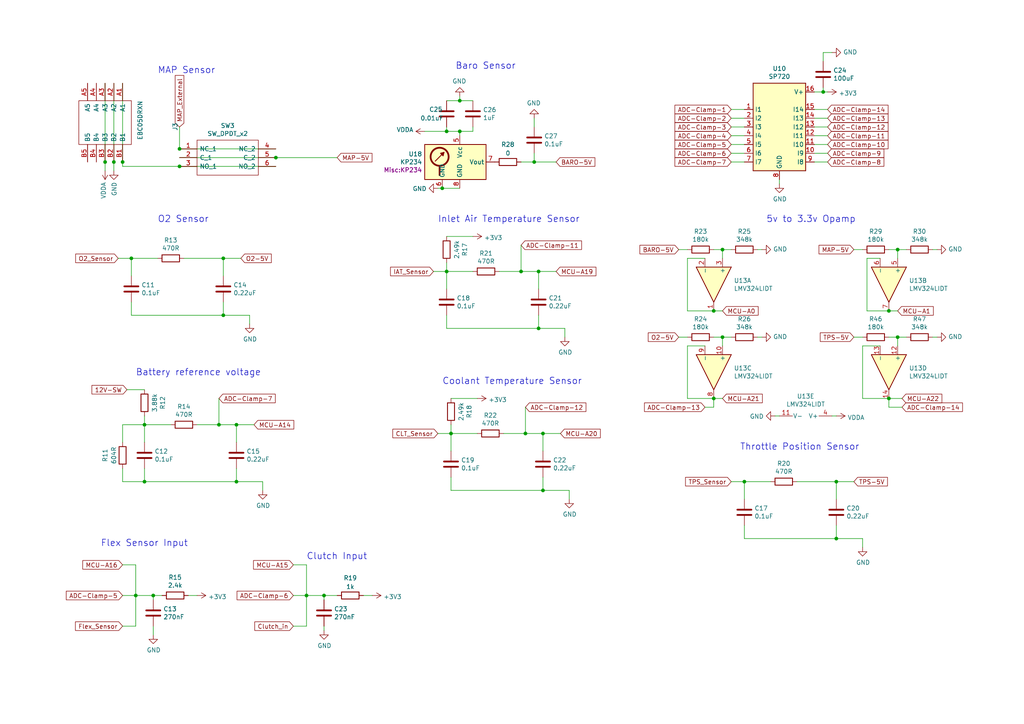
<source format=kicad_sch>
(kicad_sch (version 20230121) (generator eeschema)
  (paper "A4")
  (lib_symbols
    (symbol "Amplifier_Operational:LMV324" (pin_names (offset 0.127))
      (property "Reference" "U" (at 0 5.08 0))
      (property "Value" "LMV324" (at 0 -5.08 0))
      (symbol "LMV324_1_1"
        (pin output line (at 7.62 0 180) (length 2.54) (name "~") (number "1"))
        (pin input line (at -7.62 -2.54 0) (length 2.54) (name "-") (number "2"))
        (pin input line (at -7.62 2.54 0) (length 2.54) (name "+") (number "3"))
      )
      (symbol "LMV324_2_1"
        (pin input line (at -7.62 2.54 0) (length 2.54) (name "+") (number "5"))
        (pin input line (at -7.62 -2.54 0) (length 2.54) (name "-") (number "6"))
        (pin output line (at 7.62 0 180) (length 2.54) (name "~") (number "7"))
      )
      (symbol "LMV324_3_1"
        (pin input line (at -7.62 2.54 0) (length 2.54) (name "+") (number "10"))
        (pin output line (at 7.62 0 180) (length 2.54) (name "~") (number "8"))
        (pin input line (at -7.62 -2.54 0) (length 2.54) (name "-") (number "9"))
      )
      (symbol "LMV324_4_1"
        (pin input line (at -7.62 2.54 0) (length 2.54) (name "+") (number "12"))
        (pin input line (at -7.62 -2.54 0) (length 2.54) (name "-") (number "13"))
        (pin output line (at 7.62 0 180) (length 2.54) (name "~") (number "14"))
      )
      (symbol "LMV324_5_1"
        (pin power_in line (at -2.54 -7.62 90) (length 3.81) (name "V-") (number "11"))
        (pin power_in line (at -2.54 7.62 270) (length 3.81) (name "V+") (number "4"))
      )
    )
    (symbol "Device:C" (pin_numbers hide) (pin_names (offset 0.254))
      (property "Reference" "C" (at 0.635 2.54 0))
      (property "Value" "C" (at 0.635 -2.54 0))
      (symbol "C_1_1"
        (pin passive line (at 0 3.81 270) (length 2.794) (name "~") (number "1"))
        (pin passive line (at 0 -3.81 90) (length 2.794) (name "~") (number "2"))
      )
    )
    (symbol "Device:R" (pin_numbers hide) (pin_names (offset 0))
      (property "Reference" "R" (at 2.032 0 90))
      (property "Value" "R" (at 0 0 90))
      (symbol "R_1_1"
        (pin passive line (at 0 3.81 270) (length 1.27) (name "~") (number "1"))
        (pin passive line (at 0 -3.81 90) (length 1.27) (name "~") (number "2"))
      )
    )
    (symbol "IC_Automotive:SP720"
      (property "Reference" "U" (at 0 15.875 0))
      (property "Value" "SP720" (at 0 13.97 0))
      (symbol "SP720_1_1"
        (pin input line (at -10.16 5.08 0) (length 2.54) (name "I1") (number "1"))
        (pin input line (at 10.16 -7.62 180) (length 2.54) (name "I9") (number "10"))
        (pin input line (at 10.16 -5.08 180) (length 2.54) (name "I10") (number "11"))
        (pin input line (at 10.16 -2.54 180) (length 2.54) (name "I11") (number "12"))
        (pin input line (at 10.16 0 180) (length 2.54) (name "I12") (number "13"))
        (pin open_collector line (at 10.16 2.54 180) (length 2.54) (name "I13") (number "14"))
        (pin input line (at 10.16 5.08 180) (length 2.54) (name "I14") (number "15"))
        (pin power_in line (at 10.16 10.16 180) (length 2.54) (name "V+") (number "16"))
        (pin input line (at -10.16 2.54 0) (length 2.54) (name "I2") (number "2"))
        (pin input line (at -10.16 0 0) (length 2.54) (name "I3") (number "3"))
        (pin input line (at -10.16 -2.54 0) (length 2.54) (name "I4") (number "4"))
        (pin input line (at -10.16 -5.08 0) (length 2.54) (name "I5") (number "5"))
        (pin input line (at -10.16 -7.62 0) (length 2.54) (name "I6") (number "6"))
        (pin input line (at -10.16 -10.16 0) (length 2.54) (name "I7") (number "7"))
        (pin power_in line (at 0 -15.24 90) (length 2.54) (name "GND") (number "8"))
        (pin input line (at 10.16 -10.16 180) (length 2.54) (name "I8") (number "9"))
      )
    )
    (symbol "Misc:AYZ0202AGRLC" (pin_names (offset 0.762))
      (property "Reference" "S" (at 24.13 7.62 0))
      (property "Value" "AYZ0202AGRLC" (at 24.13 5.08 0))
      (symbol "AYZ0202AGRLC_0_0"
        (pin bidirectional line (at 0 0 0) (length 5.08) (name "NC_1") (number "1"))
        (pin bidirectional line (at 0 -2.54 0) (length 5.08) (name "C_1") (number "2"))
        (pin bidirectional line (at 0 -5.08 0) (length 5.08) (name "NO_1") (number "3"))
        (pin bidirectional line (at 27.94 0 180) (length 5.08) (name "NC_2") (number "4"))
        (pin bidirectional line (at 27.94 -2.54 180) (length 5.08) (name "C_2") (number "5"))
        (pin bidirectional line (at 27.94 -5.08 180) (length 5.08) (name "NO_2") (number "6"))
      )
    )
    (symbol "Misc:EBC05DRXN" (pin_names (offset 0.762))
      (property "Reference" "J" (at 19.05 7.62 0))
      (property "Value" "EBC05DRXN" (at 19.05 5.08 0))
      (symbol "EBC05DRXN_0_0"
        (pin passive line (at 0 0 0) (length 5.08) (name "A1") (number "A1"))
        (pin passive line (at 0 -2.54 0) (length 5.08) (name "A2") (number "A2"))
        (pin passive line (at 0 -5.08 0) (length 5.08) (name "A3") (number "A3"))
        (pin passive line (at 0 -7.62 0) (length 5.08) (name "A4") (number "A4"))
        (pin passive line (at 0 -10.16 0) (length 5.08) (name "A5") (number "A5"))
        (pin passive line (at 22.86 0 180) (length 5.08) (name "B1") (number "B1"))
        (pin passive line (at 22.86 -2.54 180) (length 5.08) (name "B2") (number "B2"))
        (pin passive line (at 22.86 -5.08 180) (length 5.08) (name "B3") (number "B3"))
        (pin passive line (at 22.86 -7.62 180) (length 5.08) (name "B4") (number "B4"))
        (pin passive line (at 22.86 -10.16 180) (length 5.08) (name "B5") (number "B5"))
      )
    )
    (symbol "Misc:KP234"
      (property "Reference" "U" (at -10.16 6.35 0))
      (property "Value" "KP234" (at 1.27 6.35 0))
      (property "Footprint" "Misc:KP234" (at -12.7 -8.89 0))
      (symbol "KP234_1_1"
        (pin no_connect line (at 5.08 -5.08 90) (length 2.54) hide (name "NC") (number "1"))
        (pin no_connect line (at -7.62 -5.08 90) (length 2.54) hide (name "NC") (number "2"))
        (pin no_connect line (at -2.54 -5.08 90) (length 2.54) hide (name "NC") (number "4"))
        (pin power_in line (at 0 7.62 270) (length 2.54) (name "Vcc") (number "5"))
        (pin power_in line (at -5.08 -7.62 90) (length 2.54) (name "GND") (number "6"))
        (pin output line (at 10.16 0 180) (length 2.54) (name "Vout") (number "7"))
        (pin power_in line (at 0 -7.62 90) (length 2.54) (name "GND") (number "8"))
        (pin no_connect line (at 2.54 -5.08 90) (length 2.54) hide (name "NC") (number "8"))
      )
    )
    (symbol "power:+3V3" (power) (pin_names (offset 0))
      (property "Value" "+3V3" (at 0 3.556 0))
      (symbol "+3V3_1_1"
        (pin power_in line (at 0 0 90) (length 0) hide (name "+3V3") (number "1"))
      )
    )
    (symbol "power:GND" (power) (pin_names (offset 0))
      (property "Value" "GND" (at 0 -3.81 0))
      (symbol "GND_1_1"
        (pin power_in line (at 0 0 270) (length 0) hide (name "GND") (number "1"))
      )
    )
    (symbol "power:VDDA" (power) (pin_names (offset 0))
      (property "Value" "VDDA" (at 0 3.81 0))
      (symbol "VDDA_1_1"
        (pin power_in line (at 0 0 90) (length 0) hide (name "VDDA") (number "1"))
      )
    )
  )
  (junction (at 133.35 29.21))
  (junction (at 38.1 74.93))
  (junction (at 238.76 26.67))
  (junction (at 207.01 115.57))
  (junction (at 130.81 125.73))
  (junction (at 151.13 78.74))
  (junction (at 93.98 172.72))
  (junction (at 128.27 54.61))
  (junction (at 129.54 78.74))
  (junction (at 129.54 38.1))
  (junction (at 64.77 74.93))
  (junction (at 209.55 72.39))
  (junction (at 39.37 172.72))
  (junction (at 63.5 123.19))
  (junction (at 242.57 156.21))
  (junction (at 152.4 125.73))
  (junction (at 156.21 95.25))
  (junction (at 154.94 46.99))
  (junction (at 156.21 78.74))
  (junction (at 30.48 46.99))
  (junction (at 157.48 142.24))
  (junction (at 44.45 172.72))
  (junction (at 260.35 72.39))
  (junction (at 215.9 139.7))
  (junction (at 157.48 125.73))
  (junction (at 88.9 172.72))
  (junction (at 68.58 139.7))
  (junction (at 257.81 90.17))
  (junction (at 257.81 115.57))
  (junction (at 35.56 46.99))
  (junction (at 133.35 38.1))
  (junction (at 242.57 139.7))
  (junction (at 207.01 90.17))
  (junction (at 64.77 91.44))
  (junction (at 41.91 139.7))
  (junction (at 41.91 123.19))
  (junction (at 33.02 46.99))
  (junction (at 52.07 48.26))
  (junction (at 52.07 43.18))
  (junction (at 80.01 45.72))
  (junction (at 209.55 97.79))
  (junction (at 260.35 97.79))
  (junction (at 68.58 123.19))
  (wire (pts (xy 44.45 172.72) (xy 39.37 172.72)))
  (wire (pts (xy 241.3 15.24) (xy 238.76 15.24)))
  (wire (pts (xy 151.13 46.99) (xy 154.94 46.99)))
  (wire (pts (xy 130.81 142.24) (xy 157.48 142.24)))
  (wire (pts (xy 257.81 97.79) (xy 260.35 97.79)))
  (wire (pts (xy 247.65 139.7) (xy 242.57 139.7)))
  (wire (pts (xy 199.39 100.33) (xy 199.39 115.57)))
  (wire (pts (xy 44.45 173.99) (xy 44.45 172.72)))
  (wire (pts (xy 57.15 123.19) (xy 63.5 123.19)))
  (wire (pts (xy 144.78 78.74) (xy 151.13 78.74)))
  (wire (pts (xy 33.02 49.53) (xy 33.02 46.99)))
  (wire (pts (xy 207.01 118.11) (xy 207.01 115.57)))
  (wire (pts (xy 236.22 44.45) (xy 240.03 44.45)))
  (wire (pts (xy 129.54 29.21) (xy 133.35 29.21)))
  (wire (pts (xy 157.48 125.73) (xy 157.48 130.81)))
  (wire (pts (xy 165.1 142.24) (xy 165.1 144.78)))
  (wire (pts (xy 261.62 115.57) (xy 257.81 115.57)))
  (wire (pts (xy 30.48 24.13) (xy 30.48 46.99)))
  (wire (pts (xy 88.9 181.61) (xy 88.9 172.72)))
  (wire (pts (xy 73.66 123.19) (xy 68.58 123.19)))
  (wire (pts (xy 41.91 120.65) (xy 41.91 123.19)))
  (wire (pts (xy 240.03 41.91) (xy 236.22 41.91)))
  (wire (pts (xy 39.37 172.72) (xy 35.56 172.72)))
  (wire (pts (xy 76.2 139.7) (xy 76.2 142.24)))
  (wire (pts (xy 88.9 163.83) (xy 88.9 172.72)))
  (wire (pts (xy 85.09 172.72) (xy 88.9 172.72)))
  (wire (pts (xy 129.54 83.82) (xy 129.54 78.74)))
  (wire (pts (xy 215.9 44.45) (xy 212.09 44.45)))
  (wire (pts (xy 251.46 90.17) (xy 257.81 90.17)))
  (wire (pts (xy 68.58 135.89) (xy 68.58 139.7)))
  (wire (pts (xy 154.94 34.29) (xy 154.94 36.83)))
  (wire (pts (xy 251.46 74.93) (xy 251.46 90.17)))
  (wire (pts (xy 129.54 91.44) (xy 129.54 95.25)))
  (wire (pts (xy 93.98 172.72) (xy 97.79 172.72)))
  (wire (pts (xy 151.13 71.12) (xy 151.13 78.74)))
  (wire (pts (xy 231.14 139.7) (xy 242.57 139.7)))
  (wire (pts (xy 199.39 74.93) (xy 204.47 74.93)))
  (wire (pts (xy 215.9 139.7) (xy 223.52 139.7)))
  (wire (pts (xy 154.94 46.99) (xy 154.94 44.45)))
  (wire (pts (xy 162.56 125.73) (xy 157.48 125.73)))
  (wire (pts (xy 129.54 36.83) (xy 129.54 38.1)))
  (wire (pts (xy 52.07 43.18) (xy 80.01 43.18)))
  (wire (pts (xy 39.37 163.83) (xy 39.37 172.72)))
  (wire (pts (xy 129.54 76.2) (xy 129.54 78.74)))
  (wire (pts (xy 53.34 74.93) (xy 64.77 74.93)))
  (wire (pts (xy 261.62 118.11) (xy 257.81 118.11)))
  (wire (pts (xy 209.55 90.17) (xy 207.01 90.17)))
  (wire (pts (xy 129.54 78.74) (xy 137.16 78.74)))
  (wire (pts (xy 156.21 78.74) (xy 156.21 83.82)))
  (wire (pts (xy 64.77 74.93) (xy 64.77 80.01)))
  (wire (pts (xy 130.81 125.73) (xy 138.43 125.73)))
  (wire (pts (xy 270.51 97.79) (xy 271.78 97.79)))
  (wire (pts (xy 39.37 181.61) (xy 39.37 172.72)))
  (wire (pts (xy 209.55 74.93) (xy 209.55 72.39)))
  (wire (pts (xy 35.56 163.83) (xy 39.37 163.83)))
  (wire (pts (xy 93.98 173.99) (xy 93.98 172.72)))
  (wire (pts (xy 33.02 24.13) (xy 33.02 46.99)))
  (wire (pts (xy 137.16 68.58) (xy 129.54 68.58)))
  (wire (pts (xy 260.35 100.33) (xy 260.35 97.79)))
  (wire (pts (xy 250.19 100.33) (xy 250.19 115.57)))
  (wire (pts (xy 38.1 87.63) (xy 38.1 91.44)))
  (wire (pts (xy 35.56 48.26) (xy 52.07 48.26)))
  (wire (pts (xy 52.07 36.83) (xy 52.07 43.18)))
  (wire (pts (xy 204.47 118.11) (xy 207.01 118.11)))
  (wire (pts (xy 260.35 72.39) (xy 262.89 72.39)))
  (wire (pts (xy 68.58 139.7) (xy 76.2 139.7)))
  (wire (pts (xy 68.58 123.19) (xy 68.58 128.27)))
  (wire (pts (xy 127 54.61) (xy 128.27 54.61)))
  (wire (pts (xy 260.35 72.39) (xy 257.81 72.39)))
  (wire (pts (xy 247.65 97.79) (xy 250.19 97.79)))
  (wire (pts (xy 63.5 115.57) (xy 63.5 123.19)))
  (wire (pts (xy 215.9 156.21) (xy 242.57 156.21)))
  (wire (pts (xy 209.55 72.39) (xy 212.09 72.39)))
  (wire (pts (xy 64.77 87.63) (xy 64.77 91.44)))
  (wire (pts (xy 163.83 95.25) (xy 163.83 97.79)))
  (wire (pts (xy 207.01 90.17) (xy 199.39 90.17)))
  (wire (pts (xy 250.19 115.57) (xy 257.81 115.57)))
  (wire (pts (xy 220.98 72.39) (xy 219.71 72.39)))
  (wire (pts (xy 41.91 139.7) (xy 68.58 139.7)))
  (wire (pts (xy 85.09 181.61) (xy 88.9 181.61)))
  (wire (pts (xy 204.47 100.33) (xy 199.39 100.33)))
  (wire (pts (xy 46.99 172.72) (xy 44.45 172.72)))
  (wire (pts (xy 44.45 184.15) (xy 44.45 181.61)))
  (wire (pts (xy 130.81 138.43) (xy 130.81 142.24)))
  (wire (pts (xy 35.56 123.19) (xy 41.91 123.19)))
  (wire (pts (xy 242.57 152.4) (xy 242.57 156.21)))
  (wire (pts (xy 41.91 128.27) (xy 41.91 123.19)))
  (wire (pts (xy 35.56 46.99) (xy 35.56 48.26)))
  (wire (pts (xy 52.07 45.72) (xy 80.01 45.72)))
  (wire (pts (xy 41.91 135.89) (xy 41.91 139.7)))
  (wire (pts (xy 242.57 156.21) (xy 250.19 156.21)))
  (wire (pts (xy 35.56 139.7) (xy 41.91 139.7)))
  (wire (pts (xy 137.16 36.83) (xy 137.16 38.1)))
  (wire (pts (xy 196.85 72.39) (xy 199.39 72.39)))
  (wire (pts (xy 138.43 115.57) (xy 130.81 115.57)))
  (wire (pts (xy 240.03 31.75) (xy 236.22 31.75)))
  (wire (pts (xy 157.48 138.43) (xy 157.48 142.24)))
  (wire (pts (xy 212.09 36.83) (xy 215.9 36.83)))
  (wire (pts (xy 215.9 144.78) (xy 215.9 139.7)))
  (wire (pts (xy 35.56 24.13) (xy 35.56 46.99)))
  (wire (pts (xy 36.83 113.03) (xy 41.91 113.03)))
  (wire (pts (xy 69.85 74.93) (xy 64.77 74.93)))
  (wire (pts (xy 151.13 78.74) (xy 156.21 78.74)))
  (wire (pts (xy 125.73 78.74) (xy 129.54 78.74)))
  (wire (pts (xy 34.29 74.93) (xy 38.1 74.93)))
  (wire (pts (xy 215.9 152.4) (xy 215.9 156.21)))
  (wire (pts (xy 209.55 72.39) (xy 207.01 72.39)))
  (wire (pts (xy 199.39 115.57) (xy 207.01 115.57)))
  (wire (pts (xy 260.35 90.17) (xy 257.81 90.17)))
  (wire (pts (xy 54.61 172.72) (xy 57.15 172.72)))
  (wire (pts (xy 238.76 15.24) (xy 238.76 17.78)))
  (wire (pts (xy 38.1 91.44) (xy 64.77 91.44)))
  (wire (pts (xy 156.21 95.25) (xy 163.83 95.25)))
  (wire (pts (xy 128.27 54.61) (xy 133.35 54.61)))
  (wire (pts (xy 130.81 123.19) (xy 130.81 125.73)))
  (wire (pts (xy 85.09 163.83) (xy 88.9 163.83)))
  (wire (pts (xy 156.21 91.44) (xy 156.21 95.25)))
  (wire (pts (xy 157.48 142.24) (xy 165.1 142.24)))
  (wire (pts (xy 133.35 29.21) (xy 137.16 29.21)))
  (wire (pts (xy 226.06 53.34) (xy 226.06 52.07)))
  (wire (pts (xy 127 125.73) (xy 130.81 125.73)))
  (wire (pts (xy 35.56 181.61) (xy 39.37 181.61)))
  (wire (pts (xy 152.4 125.73) (xy 157.48 125.73)))
  (wire (pts (xy 35.56 128.27) (xy 35.56 123.19)))
  (wire (pts (xy 199.39 90.17) (xy 199.39 74.93)))
  (wire (pts (xy 240.03 36.83) (xy 236.22 36.83)))
  (wire (pts (xy 52.07 48.26) (xy 80.01 48.26)))
  (wire (pts (xy 215.9 34.29) (xy 212.09 34.29)))
  (wire (pts (xy 93.98 181.61) (xy 93.98 182.88)))
  (wire (pts (xy 238.76 25.4) (xy 238.76 26.67)))
  (wire (pts (xy 212.09 46.99) (xy 215.9 46.99)))
  (wire (pts (xy 152.4 118.11) (xy 152.4 125.73)))
  (wire (pts (xy 236.22 39.37) (xy 240.03 39.37)))
  (wire (pts (xy 146.05 125.73) (xy 152.4 125.73)))
  (wire (pts (xy 236.22 34.29) (xy 240.03 34.29)))
  (wire (pts (xy 133.35 29.21) (xy 133.35 27.94)))
  (wire (pts (xy 196.85 97.79) (xy 199.39 97.79)))
  (wire (pts (xy 260.35 74.93) (xy 260.35 72.39)))
  (wire (pts (xy 154.94 46.99) (xy 161.29 46.99)))
  (wire (pts (xy 105.41 172.72) (xy 107.95 172.72)))
  (wire (pts (xy 129.54 95.25) (xy 156.21 95.25)))
  (wire (pts (xy 260.35 97.79) (xy 262.89 97.79)))
  (wire (pts (xy 250.19 156.21) (xy 250.19 158.75)))
  (wire (pts (xy 240.03 46.99) (xy 236.22 46.99)))
  (wire (pts (xy 41.91 123.19) (xy 49.53 123.19)))
  (wire (pts (xy 242.57 139.7) (xy 242.57 144.78)))
  (wire (pts (xy 209.55 100.33) (xy 209.55 97.79)))
  (wire (pts (xy 130.81 130.81) (xy 130.81 125.73)))
  (wire (pts (xy 129.54 38.1) (xy 133.35 38.1)))
  (wire (pts (xy 161.29 78.74) (xy 156.21 78.74)))
  (wire (pts (xy 242.57 120.65) (xy 241.3 120.65)))
  (wire (pts (xy 80.01 45.72) (xy 97.79 45.72)))
  (wire (pts (xy 215.9 39.37) (xy 212.09 39.37)))
  (wire (pts (xy 209.55 115.57) (xy 207.01 115.57)))
  (wire (pts (xy 64.77 91.44) (xy 72.39 91.44)))
  (wire (pts (xy 38.1 80.01) (xy 38.1 74.93)))
  (wire (pts (xy 72.39 91.44) (xy 72.39 93.98)))
  (wire (pts (xy 247.65 72.39) (xy 250.19 72.39)))
  (wire (pts (xy 38.1 74.93) (xy 45.72 74.93)))
  (wire (pts (xy 123.19 38.1) (xy 129.54 38.1)))
  (wire (pts (xy 35.56 135.89) (xy 35.56 139.7)))
  (wire (pts (xy 133.35 38.1) (xy 133.35 39.37)))
  (wire (pts (xy 137.16 38.1) (xy 133.35 38.1)))
  (wire (pts (xy 220.98 97.79) (xy 219.71 97.79)))
  (wire (pts (xy 88.9 172.72) (xy 93.98 172.72)))
  (wire (pts (xy 224.79 120.65) (xy 226.06 120.65)))
  (wire (pts (xy 257.81 118.11) (xy 257.81 115.57)))
  (wire (pts (xy 240.03 26.67) (xy 238.76 26.67)))
  (wire (pts (xy 212.09 41.91) (xy 215.9 41.91)))
  (wire (pts (xy 271.78 72.39) (xy 270.51 72.39)))
  (wire (pts (xy 212.09 139.7) (xy 215.9 139.7)))
  (wire (pts (xy 30.48 46.99) (xy 30.48 49.53)))
  (wire (pts (xy 212.09 31.75) (xy 215.9 31.75)))
  (wire (pts (xy 255.27 100.33) (xy 250.19 100.33)))
  (wire (pts (xy 63.5 123.19) (xy 68.58 123.19)))
  (wire (pts (xy 238.76 26.67) (xy 236.22 26.67)))
  (wire (pts (xy 209.55 97.79) (xy 212.09 97.79)))
  (wire (pts (xy 209.55 97.79) (xy 207.01 97.79)))
  (wire (pts (xy 255.27 74.93) (xy 251.46 74.93)))
  (text "5v to 3.3v Opamp" (at 222.25 64.77 0) (effects (font (size 1.8796 1.8796)) (justify left bottom)))
  (text "Inlet Air Temperature Sensor" (at 127 64.77 0) (effects (font (size 1.8796 1.8796)) (justify left bottom)))
  (text "Battery reference voltage" (at 39.37 109.22 0) (effects (font (size 1.8796 1.8796)) (justify left bottom)))
  (text "Flex Sensor Input" (at 29.21 158.75 0) (effects (font (size 1.8796 1.8796)) (justify left bottom)))
  (text "Coolant Temperature Sensor" (at 128.27 111.76 0) (effects (font (size 1.8796 1.8796)) (justify left bottom)))
  (text "Throttle Position Sensor" (at 214.63 130.81 0) (effects (font (size 1.8796 1.8796)) (justify left bottom)))
  (text "Baro Sensor" (at 132.08 20.32 0) (effects (font (size 1.8796 1.8796)) (justify left bottom)))
  (text "Clutch Input" (at 88.9 162.56 0) (effects (font (size 1.8796 1.8796)) (justify left bottom)))
  (text "MAP Sensor" (at 45.72 21.59 0) (effects (font (size 1.8796 1.8796)) (justify left bottom)))
  (text "O2 Sensor" (at 45.72 64.77 0) (effects (font (size 1.8796 1.8796)) (justify left bottom)))
  (global_label "TPS-5V" (shape input) (at 247.65 139.7 0) (property "Intersheetrefs" "${INTERSHEET_REFS}" (effects hide)))
  (global_label "O2_Sensor" (shape input) (at 34.29 74.93 180) (property "Intersheetrefs" "${INTERSHEET_REFS}" (effects hide)))
  (global_label "ADC-Clamp-14" (shape input) (at 261.62 118.11 0) (property "Intersheetrefs" "${INTERSHEET_REFS}" (effects hide)))
  (global_label "MCU-A15" (shape input) (at 85.09 163.83 180) (property "Intersheetrefs" "${INTERSHEET_REFS}" (effects hide)))
  (global_label "ADC-Clamp-12" (shape input) (at 240.03 36.83 0) (property "Intersheetrefs" "${INTERSHEET_REFS}" (effects hide)))
  (global_label "ADC-Clamp-7" (shape input) (at 212.09 46.99 180) (property "Intersheetrefs" "${INTERSHEET_REFS}" (effects hide)))
  (global_label "ADC-Clamp-3" (shape input) (at 212.09 36.83 180) (property "Intersheetrefs" "${INTERSHEET_REFS}" (effects hide)))
  (global_label "MCU-A21" (shape input) (at 209.55 115.57 0) (property "Intersheetrefs" "${INTERSHEET_REFS}" (effects hide)))
  (global_label "ADC-Clamp-2" (shape input) (at 212.09 34.29 180) (property "Intersheetrefs" "${INTERSHEET_REFS}" (effects hide)))
  (global_label "TPS-5V" (shape input) (at 247.65 97.79 180) (property "Intersheetrefs" "${INTERSHEET_REFS}" (effects hide)))
  (global_label "MCU-A19" (shape input) (at 161.29 78.74 0) (property "Intersheetrefs" "${INTERSHEET_REFS}" (effects hide)))
  (global_label "TPS_Sensor" (shape input) (at 212.09 139.7 180) (property "Intersheetrefs" "${INTERSHEET_REFS}" (effects hide)))
  (global_label "ADC-Clamp-8" (shape input) (at 240.03 46.99 0) (property "Intersheetrefs" "${INTERSHEET_REFS}" (effects hide)))
  (global_label "ADC-Clamp-13" (shape input) (at 204.47 118.11 180) (property "Intersheetrefs" "${INTERSHEET_REFS}" (effects hide)))
  (global_label "MAP-5V" (shape input) (at 247.65 72.39 180) (property "Intersheetrefs" "${INTERSHEET_REFS}" (effects hide)))
  (global_label "Flex_Sensor" (shape input) (at 35.56 181.61 180) (property "Intersheetrefs" "${INTERSHEET_REFS}" (effects hide)))
  (global_label "MCU-A22" (shape input) (at 261.62 115.57 0) (property "Intersheetrefs" "${INTERSHEET_REFS}" (effects hide)))
  (global_label "MAP_External" (shape input) (at 52.07 36.83 90) (property "Intersheetrefs" "${INTERSHEET_REFS}" (effects hide)))
  (global_label "ADC-Clamp-1" (shape input) (at 212.09 31.75 180) (property "Intersheetrefs" "${INTERSHEET_REFS}" (effects hide)))
  (global_label "12V-SW" (shape input) (at 36.83 113.03 180) (property "Intersheetrefs" "${INTERSHEET_REFS}" (effects hide)))
  (global_label "ADC-Clamp-10" (shape input) (at 240.03 41.91 0) (property "Intersheetrefs" "${INTERSHEET_REFS}" (effects hide)))
  (global_label "ADC-Clamp-6" (shape input) (at 212.09 44.45 180) (property "Intersheetrefs" "${INTERSHEET_REFS}" (effects hide)))
  (global_label "MCU-A20" (shape input) (at 162.56 125.73 0) (property "Intersheetrefs" "${INTERSHEET_REFS}" (effects hide)))
  (global_label "IAT_Sensor" (shape input) (at 125.73 78.74 180) (property "Intersheetrefs" "${INTERSHEET_REFS}" (effects hide)))
  (global_label "ADC-Clamp-9" (shape input) (at 240.03 44.45 0) (property "Intersheetrefs" "${INTERSHEET_REFS}" (effects hide)))
  (global_label "Clutch_in" (shape input) (at 85.09 181.61 180) (property "Intersheetrefs" "${INTERSHEET_REFS}" (effects hide)))
  (global_label "ADC-Clamp-7" (shape input) (at 63.5 115.57 0) (property "Intersheetrefs" "${INTERSHEET_REFS}" (effects hide)))
  (global_label "O2-5V" (shape input) (at 69.85 74.93 0) (property "Intersheetrefs" "${INTERSHEET_REFS}" (effects hide)))
  (global_label "ADC-Clamp-6" (shape input) (at 85.09 172.72 180) (property "Intersheetrefs" "${INTERSHEET_REFS}" (effects hide)))
  (global_label "O2-5V" (shape input) (at 196.85 97.79 180) (property "Intersheetrefs" "${INTERSHEET_REFS}" (effects hide)))
  (global_label "MCU-A0" (shape input) (at 209.55 90.17 0) (property "Intersheetrefs" "${INTERSHEET_REFS}" (effects hide)))
  (global_label "MAP-5V" (shape input) (at 97.79 45.72 0) (property "Intersheetrefs" "${INTERSHEET_REFS}" (effects hide)))
  (global_label "ADC-Clamp-5" (shape input) (at 212.09 41.91 180) (property "Intersheetrefs" "${INTERSHEET_REFS}" (effects hide)))
  (global_label "ADC-Clamp-4" (shape input) (at 212.09 39.37 180) (property "Intersheetrefs" "${INTERSHEET_REFS}" (effects hide)))
  (global_label "ADC-Clamp-12" (shape input) (at 152.4 118.11 0) (property "Intersheetrefs" "${INTERSHEET_REFS}" (effects hide)))
  (global_label "CLT_Sensor" (shape input) (at 127 125.73 180) (property "Intersheetrefs" "${INTERSHEET_REFS}" (effects hide)))
  (global_label "ADC-Clamp-13" (shape input) (at 240.03 34.29 0) (property "Intersheetrefs" "${INTERSHEET_REFS}" (effects hide)))
  (global_label "MCU-A1" (shape input) (at 260.35 90.17 0) (property "Intersheetrefs" "${INTERSHEET_REFS}" (effects hide)))
  (global_label "BARO-5V" (shape input) (at 161.29 46.99 0) (property "Intersheetrefs" "${INTERSHEET_REFS}" (effects hide)))
  (global_label "ADC-Clamp-11" (shape input) (at 151.13 71.12 0) (property "Intersheetrefs" "${INTERSHEET_REFS}" (effects hide)))
  (global_label "MCU-A16" (shape input) (at 35.56 163.83 180) (property "Intersheetrefs" "${INTERSHEET_REFS}" (effects hide)))
  (global_label "ADC-Clamp-14" (shape input) (at 240.03 31.75 0) (property "Intersheetrefs" "${INTERSHEET_REFS}" (effects hide)))
  (global_label "MCU-A14" (shape input) (at 73.66 123.19 0) (property "Intersheetrefs" "${INTERSHEET_REFS}" (effects hide)))
  (global_label "ADC-Clamp-5" (shape input) (at 35.56 172.72 180) (property "Intersheetrefs" "${INTERSHEET_REFS}" (effects hide)))
  (global_label "BARO-5V" (shape input) (at 196.85 72.39 180) (property "Intersheetrefs" "${INTERSHEET_REFS}" (effects hide)))
  (global_label "ADC-Clamp-11" (shape input) (at 240.03 39.37 0) (property "Intersheetrefs" "${INTERSHEET_REFS}" (effects hide)))
  (symbol (lib_id "power:GND") (at 72.39 93.98 0) (unit 1)
    (property "Reference" "#PWR0129" (effects hide))
    (property "Value" "GND" (at 72.517 98.3742 0))
  )
  (symbol (lib_id "Device:C") (at 129.54 87.63 0) (unit 1)
    (property "Reference" "C18" (at 132.461 86.4616 0) (effects (justify left)))
    (property "Value" "0.1uF" (at 132.461 88.773 0) (effects (justify left)))
    (property "Footprint" "Capacitor_SMD:C_0805_2012Metric" (effects hide))
    (property "Digikey Part Number" "311-1140-1-ND" (effects hide))
    (property "Manufacturer_Name" "Yageo" (effects hide))
    (property "Manufacturer_Part_Number" "CC0805KRX7R9BB104" (effects hide))
    (property "URL" "https://www.digikey.com.au/product-detail/en/yageo/CC0805KRX7R9BB104/311-1140-1-ND/303050" (effects hide))
  )
  (symbol (lib_id "Device:C") (at 64.77 83.82 0) (unit 1)
    (property "Reference" "C14" (at 67.691 82.6516 0) (effects (justify left)))
    (property "Value" "0.22uF" (at 67.691 84.963 0) (effects (justify left)))
    (property "Footprint" "Capacitor_SMD:C_0805_2012Metric" (effects hide))
    (property "Digikey Part Number" "1276-1284-1-ND" (effects hide))
    (property "Manufacturer_Name" "Samsung" (effects hide))
    (property "Manufacturer_Part_Number" "CL21B224KOCNNNC" (effects hide))
    (property "URL" "https://www.digikey.com/product-detail/en/samsung-electro-mechanics-america-inc/CL21B224KOCNNNC/1276-1284-1-ND/3889370" (effects hide))
  )
  (symbol (lib_id "Device:C") (at 38.1 83.82 0) (unit 1)
    (property "Reference" "C11" (at 41.021 82.6516 0) (effects (justify left)))
    (property "Value" "0.1uF" (at 41.021 84.963 0) (effects (justify left)))
    (property "Footprint" "Capacitor_SMD:C_0805_2012Metric" (effects hide))
    (property "Digikey Part Number" "311-1140-1-ND" (effects hide))
    (property "Manufacturer_Name" "Yageo" (effects hide))
    (property "Manufacturer_Part_Number" "CC0805KRX7R9BB104" (effects hide))
    (property "URL" "https://www.digikey.com.au/product-detail/en/yageo/CC0805KRX7R9BB104/311-1140-1-ND/303050" (effects hide))
  )
  (symbol (lib_id "Device:C") (at 242.57 148.59 0) (unit 1)
    (property "Reference" "C20" (at 245.491 147.4216 0) (effects (justify left)))
    (property "Value" "0.22uF" (at 245.491 149.733 0) (effects (justify left)))
    (property "Footprint" "Capacitor_SMD:C_0805_2012Metric" (effects hide))
    (property "Digikey Part Number" "1276-1284-1-ND" (effects hide))
    (property "Manufacturer_Name" "Samsung" (effects hide))
    (property "Manufacturer_Part_Number" "CL21B224KOCNNNC" (effects hide))
    (property "URL" "https://www.digikey.com/product-detail/en/samsung-electro-mechanics-america-inc/CL21B224KOCNNNC/1276-1284-1-ND/3889370" (effects hide))
  )
  (symbol (lib_id "Device:C") (at 215.9 148.59 0) (unit 1)
    (property "Reference" "C17" (at 218.821 147.4216 0) (effects (justify left)))
    (property "Value" "0.1uF" (at 218.821 149.733 0) (effects (justify left)))
    (property "Footprint" "Capacitor_SMD:C_0805_2012Metric" (effects hide))
    (property "Digikey Part Number" "311-1140-1-ND" (effects hide))
    (property "Manufacturer_Name" "Yageo" (effects hide))
    (property "Manufacturer_Part_Number" "CC0805KRX7R9BB104" (effects hide))
    (property "URL" "https://www.digikey.com.au/product-detail/en/yageo/CC0805KRX7R9BB104/311-1140-1-ND/303050" (effects hide))
  )
  (symbol (lib_id "power:GND") (at 250.19 158.75 0) (unit 1)
    (property "Reference" "#PWR0130" (effects hide))
    (property "Value" "GND" (at 250.317 163.1442 0))
  )
  (symbol (lib_id "power:GND") (at 163.83 97.79 0) (unit 1)
    (property "Reference" "#PWR0131" (effects hide))
    (property "Value" "GND" (at 163.957 102.1842 0))
  )
  (symbol (lib_id "Device:R") (at 129.54 72.39 180) (unit 1)
    (property "Reference" "R17" (at 134.7978 72.39 90))
    (property "Value" "2.49k" (at 132.4864 72.39 90))
    (property "Footprint" "Resistor_SMD:R_0805_2012Metric" (effects hide))
    (property "Digikey Part Number" "YAG1854CT-ND" (effects hide))
    (property "Manufacturer_Name" "Yageo" (effects hide))
    (property "Manufacturer_Part_Number" "RT0805BRD072K49L" (effects hide))
    (property "Tolerance" "0.1%" (effects hide))
    (property "URL" "https://www.digikey.com/product-detail/en/yageo/RT0805BRD072K49L/YAG1854CT-ND/5139302" (effects hide))
  )
  (symbol (lib_id "Device:R") (at 142.24 125.73 270) (unit 1)
    (property "Reference" "R22" (at 142.24 120.4722 90))
    (property "Value" "470R" (at 142.24 122.7836 90))
    (property "Footprint" "Resistor_SMD:R_0805_2012Metric" (effects hide))
    (property "Digikey Part Number" "P470CCT-ND" (effects hide))
    (property "Manufacturer_Name" "Panasonic" (effects hide))
    (property "Manufacturer_Part_Number" "ERJ-6ENF4700V" (effects hide))
    (property "URL" "https://www.digikey.com/product-detail/en/panasonic-electronic-components/ERJ-6ENF4700V/P470CCT-ND/1746871" (effects hide))
  )
  (symbol (lib_id "Device:C") (at 157.48 134.62 0) (unit 1)
    (property "Reference" "C22" (at 160.401 133.4516 0) (effects (justify left)))
    (property "Value" "0.22uF" (at 160.401 135.763 0) (effects (justify left)))
    (property "Footprint" "Capacitor_SMD:C_0805_2012Metric" (effects hide))
    (property "Digikey Part Number" "1276-1284-1-ND" (effects hide))
    (property "Manufacturer_Name" "Samsung" (effects hide))
    (property "Manufacturer_Part_Number" "CL21B224KOCNNNC" (effects hide))
    (property "URL" "https://www.digikey.com/product-detail/en/samsung-electro-mechanics-america-inc/CL21B224KOCNNNC/1276-1284-1-ND/3889370" (effects hide))
  )
  (symbol (lib_id "Device:C") (at 130.81 134.62 0) (unit 1)
    (property "Reference" "C19" (at 133.731 133.4516 0) (effects (justify left)))
    (property "Value" "0.1uF" (at 133.731 135.763 0) (effects (justify left)))
    (property "Footprint" "Capacitor_SMD:C_0805_2012Metric" (effects hide))
    (property "Digikey Part Number" "311-1140-1-ND" (effects hide))
    (property "Manufacturer_Name" "Yageo" (effects hide))
    (property "Manufacturer_Part_Number" "CC0805KRX7R9BB104" (effects hide))
    (property "URL" "https://www.digikey.com.au/product-detail/en/yageo/CC0805KRX7R9BB104/311-1140-1-ND/303050" (effects hide))
  )
  (symbol (lib_id "Device:R") (at 101.6 172.72 90) (unit 1)
    (property "Reference" "R19" (at 101.6 167.64 90))
    (property "Value" "1k" (at 101.6 170.18 90))
    (property "Footprint" "Resistor_SMD:R_0805_2012Metric" (effects hide))
    (property "Digikey Part Number" "311-1.00KCRCT-ND" (effects hide))
    (property "Manufacturer_Name" "Yageo" (effects hide))
    (property "Manufacturer_Part_Number" "RC0805FR-071KL" (effects hide))
    (property "URL" "https://www.digikey.com/product-detail/en/yageo/RC0805FR-071KL/311-1.00KCRCT-ND/730391" (effects hide))
  )
  (symbol (lib_id "Device:C") (at 44.45 177.8 0) (unit 1)
    (property "Reference" "C13" (at 47.371 176.6316 0) (effects (justify left)))
    (property "Value" "270nF" (at 47.371 178.943 0) (effects (justify left)))
    (property "Footprint" "Capacitor_SMD:C_0805_2012Metric" (effects hide))
    (property "Digikey Part Number" "311-4268-1-ND" (effects hide))
    (property "Manufacturer_Name" "Yageo" (effects hide))
    (property "Manufacturer_Part_Number" "CC0805JRX7R7BB274" (effects hide))
    (property "URL" "https://www.digikey.com.au/product-detail/en/yageo/CC0805JRX7R7BB274/311-4268-1-ND/8025357" (effects hide))
  )
  (symbol (lib_id "Device:C") (at 137.16 33.02 0) (unit 1)
    (property "Reference" "C26" (at 140.081 31.8516 0) (effects (justify left)))
    (property "Value" "1uF" (at 140.081 34.163 0) (effects (justify left)))
    (property "Footprint" "Capacitor_SMD:C_0805_2012Metric" (effects hide))
    (property "Digikey Part Number" "311-1365-1-ND" (effects hide))
    (property "Manufacturer_Name" "Yageo" (effects hide))
    (property "Manufacturer_Part_Number" "CC0805KKX7R7BB105" (effects hide))
    (property "URL" "https://www.digikey.com/product-detail/en/yageo/CC0805KKX7R7BB105/311-1365-1-ND/2103149" (effects hide))
  )
  (symbol (lib_id "power:GND") (at 133.35 27.94 180) (unit 1)
    (property "Reference" "#PWR0147" (effects hide))
    (property "Value" "GND" (at 133.223 23.5458 0))
  )
  (symbol (lib_id "power:+3V3") (at 138.43 115.57 270) (unit 1)
    (property "Reference" "#PWR0143" (effects hide))
    (property "Value" "+3V3" (at 141.6812 115.951 90) (effects (justify left)))
  )
  (symbol (lib_id "power:+3V3") (at 137.16 68.58 270) (unit 1)
    (property "Reference" "#PWR0159" (effects hide))
    (property "Value" "+3V3" (at 140.4112 68.961 90) (effects (justify left)))
  )
  (symbol (lib_id "Device:R") (at 203.2 72.39 270) (unit 1)
    (property "Reference" "R23" (at 203.2 67.1322 90))
    (property "Value" "180k" (at 203.2 69.4436 90))
    (property "Footprint" "Resistor_SMD:R_0805_2012Metric" (effects hide))
    (property "Digikey Part Number" "311-180KCRCT-ND" (effects hide))
    (property "Manufacturer_Name" "Yageo" (effects hide))
    (property "Manufacturer_Part_Number" "RC0805FR-07180KL" (effects hide))
    (property "URL" "https://www.digikey.com.au/product-detail/en/yageo/RC0805FR-07180KL/311-180KCRCT-ND/730597" (effects hide))
  )
  (symbol (lib_id "power:GND") (at 220.98 72.39 90) (unit 1)
    (property "Reference" "#PWR0160" (effects hide))
    (property "Value" "GND" (at 224.2312 72.263 90) (effects (justify right)))
  )
  (symbol (lib_id "Device:R") (at 266.7 72.39 270) (unit 1)
    (property "Reference" "R30" (at 266.7 67.1322 90))
    (property "Value" "348k" (at 266.7 69.4436 90))
    (property "Footprint" "Resistor_SMD:R_0805_2012Metric" (effects hide))
    (property "Digikey Part Number" "P348KCDKR-ND" (effects hide))
    (property "Manufacturer_Name" "Panasonic" (effects hide))
    (property "Manufacturer_Part_Number" "ERJ-6ENF3483V" (effects hide))
    (property "URL" "https://www.digikey.com.au/product-detail/en/panasonic-electronic-components/ERJ-6ENF3483V/P348KCDKR-ND/576673" (effects hide))
  )
  (symbol (lib_id "power:GND") (at 271.78 72.39 90) (unit 1)
    (property "Reference" "#PWR0163" (effects hide))
    (property "Value" "GND" (at 275.0312 72.263 90) (effects (justify right)))
  )
  (symbol (lib_id "Device:R") (at 203.2 97.79 270) (unit 1)
    (property "Reference" "R24" (at 203.2 92.5322 90))
    (property "Value" "180k" (at 203.2 94.8436 90))
    (property "Footprint" "Resistor_SMD:R_0805_2012Metric" (effects hide))
    (property "Digikey Part Number" "311-180KCRCT-ND" (effects hide))
    (property "Manufacturer_Name" "Yageo" (effects hide))
    (property "Manufacturer_Part_Number" "RC0805FR-07180KL" (effects hide))
    (property "URL" "https://www.digikey.com.au/product-detail/en/yageo/RC0805FR-07180KL/311-180KCRCT-ND/730597" (effects hide))
  )
  (symbol (lib_id "IC_Automotive:SP720") (at 226.06 36.83 0) (unit 1)
    (property "Reference" "U10" (at 226.06 19.8882 0))
    (property "Value" "SP720" (at 226.06 22.1996 0))
    (property "Footprint" "Package_SO:SOIC-16_3.9x9.9mm_P1.27mm" (effects hide))
    (property "Datasheet" "https://m.littelfuse.com/~/media/electronics/datasheets/tvs_diode_arrays/littelfuse_tvs_diode_array_sp720_datasheet.pdf.pdf" (effects hide))
    (property "Digikey Part Number" "F3162CT-ND" (effects hide))
    (property "Manufacturer_Name" "Littelfuse" (effects hide))
    (property "Manufacturer_Part_Number" "SP720ABTG" (effects hide))
    (property "URL" "https://www.digikey.com/product-detail/en/littelfuse-inc/SP720ABTG/F3162CT-ND/1984458" (effects hide))
  )
  (symbol (lib_id "power:GND") (at 226.06 53.34 0) (unit 1)
    (property "Reference" "#PWR0128" (effects hide))
    (property "Value" "GND" (at 226.187 57.7342 0))
  )
  (symbol (lib_id "Device:R") (at 130.81 119.38 180) (unit 1)
    (property "Reference" "R18" (at 136.0678 119.38 90))
    (property "Value" "2.49k" (at 133.7564 119.38 90))
    (property "Footprint" "Resistor_SMD:R_0805_2012Metric" (effects hide))
    (property "Digikey Part Number" "YAG1854CT-ND" (effects hide))
    (property "Manufacturer_Name" "Yageo" (effects hide))
    (property "Manufacturer_Part_Number" "RT0805BRD072K49L" (effects hide))
    (property "Tolerance" "0.1%" (effects hide))
    (property "URL" "https://www.digikey.com/product-detail/en/yageo/RT0805BRD072K49L/YAG1854CT-ND/5139302" (effects hide))
  )
  (symbol (lib_id "Device:R") (at 53.34 123.19 270) (unit 1)
    (property "Reference" "R14" (at 53.34 117.9322 90))
    (property "Value" "470R" (at 53.34 120.2436 90))
    (property "Footprint" "Resistor_SMD:R_0805_2012Metric" (effects hide))
    (property "Digikey Part Number" "P470CCT-ND" (effects hide))
    (property "Manufacturer_Name" "Panasonic" (effects hide))
    (property "Manufacturer_Part_Number" "ERJ-6ENF4700V" (effects hide))
    (property "URL" "https://www.digikey.com/product-detail/en/panasonic-electronic-components/ERJ-6ENF4700V/P470CCT-ND/1746871" (effects hide))
  )
  (symbol (lib_id "Device:C") (at 68.58 132.08 0) (unit 1)
    (property "Reference" "C15" (at 71.501 130.9116 0) (effects (justify left)))
    (property "Value" "0.22uF" (at 71.501 133.223 0) (effects (justify left)))
    (property "Footprint" "Capacitor_SMD:C_0805_2012Metric" (effects hide))
    (property "Digikey Part Number" "1276-1284-1-ND" (effects hide))
    (property "Manufacturer_Name" "Samsung" (effects hide))
    (property "Manufacturer_Part_Number" "CL21B224KOCNNNC" (effects hide))
    (property "URL" "https://www.digikey.com/product-detail/en/samsung-electro-mechanics-america-inc/CL21B224KOCNNNC/1276-1284-1-ND/3889370" (effects hide))
  )
  (symbol (lib_id "Device:C") (at 41.91 132.08 0) (unit 1)
    (property "Reference" "C12" (at 44.831 130.9116 0) (effects (justify left)))
    (property "Value" "0.1uF" (at 44.831 133.223 0) (effects (justify left)))
    (property "Footprint" "Capacitor_SMD:C_0805_2012Metric" (effects hide))
    (property "Digikey Part Number" "311-1140-1-ND" (effects hide))
    (property "Manufacturer_Name" "Yageo" (effects hide))
    (property "Manufacturer_Part_Number" "CC0805KRX7R9BB104" (effects hide))
    (property "URL" "https://www.digikey.com.au/product-detail/en/yageo/CC0805KRX7R9BB104/311-1140-1-ND/303050" (effects hide))
  )
  (symbol (lib_id "power:GND") (at 76.2 142.24 0) (unit 1)
    (property "Reference" "#PWR0135" (effects hide))
    (property "Value" "GND" (at 76.327 146.6342 0))
  )
  (symbol (lib_id "Device:R") (at 50.8 172.72 270) (unit 1)
    (property "Reference" "R15" (at 50.8 167.4622 90))
    (property "Value" "2.4k" (at 50.8 169.7736 90))
    (property "Footprint" "Resistor_SMD:R_0805_2012Metric" (effects hide))
    (property "Digikey Part Number" "311-2.40KCRCT-ND" (effects hide))
    (property "Manufacturer_Name" "Yageo" (effects hide))
    (property "Manufacturer_Part_Number" "RC0805FR-072K4L" (effects hide))
    (property "URL" "https://www.digikey.com/product-detail/en/yageo/RC0805FR-072K4L/311-2.40KCRCT-ND/730637" (effects hide))
  )
  (symbol (lib_id "Device:R") (at 254 97.79 270) (unit 1)
    (property "Reference" "R46" (at 254 92.5322 90))
    (property "Value" "180k" (at 254 94.8436 90))
    (property "Footprint" "Resistor_SMD:R_0805_2012Metric" (effects hide))
    (property "Digikey Part Number" "311-180KCRCT-ND" (effects hide))
    (property "Manufacturer_Name" "Yageo" (effects hide))
    (property "Manufacturer_Part_Number" "RC0805FR-07180KL" (effects hide))
    (property "URL" "https://www.digikey.com.au/product-detail/en/yageo/RC0805FR-07180KL/311-180KCRCT-ND/730597" (effects hide))
  )
  (symbol (lib_id "power:GND") (at 271.78 97.79 90) (unit 1)
    (property "Reference" "#PWR0158" (effects hide))
    (property "Value" "GND" (at 275.0312 97.663 90) (effects (justify right)))
  )
  (symbol (lib_id "power:VDDA") (at 30.48 49.53 180) (unit 1)
    (property "Reference" "#PWR0126" (effects hide))
    (property "Value" "VDDA" (at 30.0228 52.7812 90) (effects (justify left)))
  )
  (symbol (lib_id "Device:R") (at 227.33 139.7 270) (unit 1)
    (property "Reference" "R20" (at 227.33 134.4422 90))
    (property "Value" "470R" (at 227.33 136.7536 90))
    (property "Footprint" "Resistor_SMD:R_0805_2012Metric" (effects hide))
    (property "Digikey Part Number" "P470CCT-ND" (effects hide))
    (property "Manufacturer_Name" "Panasonic" (effects hide))
    (property "Manufacturer_Part_Number" "ERJ-6ENF4700V" (effects hide))
    (property "URL" "https://www.digikey.com/product-detail/en/panasonic-electronic-components/ERJ-6ENF4700V/P470CCT-ND/1746871" (effects hide))
  )
  (symbol (lib_id "Device:R") (at 140.97 78.74 270) (unit 1)
    (property "Reference" "R21" (at 140.97 73.4822 90))
    (property "Value" "470R" (at 140.97 75.7936 90))
    (property "Footprint" "Resistor_SMD:R_0805_2012Metric" (effects hide))
    (property "Digikey Part Number" "P470CCT-ND" (effects hide))
    (property "Manufacturer_Name" "Panasonic" (effects hide))
    (property "Manufacturer_Part_Number" "ERJ-6ENF4700V" (effects hide))
    (property "URL" "https://www.digikey.com/product-detail/en/panasonic-electronic-components/ERJ-6ENF4700V/P470CCT-ND/1746871" (effects hide))
  )
  (symbol (lib_id "Device:C") (at 156.21 87.63 0) (unit 1)
    (property "Reference" "C21" (at 159.131 86.4616 0) (effects (justify left)))
    (property "Value" "0.22uF" (at 159.131 88.773 0) (effects (justify left)))
    (property "Footprint" "Capacitor_SMD:C_0805_2012Metric" (effects hide))
    (property "Digikey Part Number" "1276-1284-1-ND" (effects hide))
    (property "Manufacturer_Name" "Samsung" (effects hide))
    (property "Manufacturer_Part_Number" "CL21B224KOCNNNC" (effects hide))
    (property "URL" "https://www.digikey.com/product-detail/en/samsung-electro-mechanics-america-inc/CL21B224KOCNNNC/1276-1284-1-ND/3889370" (effects hide))
  )
  (symbol (lib_id "power:GND") (at 165.1 144.78 0) (unit 1)
    (property "Reference" "#PWR0133" (effects hide))
    (property "Value" "GND" (at 165.227 149.1742 0))
  )
  (symbol (lib_id "power:+3V3") (at 240.03 26.67 270) (unit 1)
    (property "Reference" "#PWR0139" (effects hide))
    (property "Value" "+3V3" (at 243.2812 27.051 90) (effects (justify left)))
  )
  (symbol (lib_id "Amplifier_Operational:LMV324") (at 207.01 82.55 270) (unit 1)
    (property "Reference" "U13" (at 212.852 81.3816 90) (effects (justify left)))
    (property "Value" "LMV324LIDT" (at 212.852 83.693 90) (effects (justify left)))
    (property "Footprint" "Package_SO:SOIC-14_3.9x8.7mm_P1.27mm" (effects hide))
    (property "Datasheet" "http://www.ti.com/lit/ds/symlink/lmv324.pdf" (effects hide))
    (property "Digikey Part Number" "497-13052-1-ND" (effects hide))
    (property "Manufacturer_Name" "STMicroelectronics" (effects hide))
    (property "Manufacturer_Part_Number" "LMV324LIDT" (effects hide))
    (property "URL" "https://www.digikey.com.au/product-detail/en/stmicroelectronics/LMV324LIDT/497-13052-1-ND/3458219" (effects hide))
  )
  (symbol (lib_id "Amplifier_Operational:LMV324") (at 257.81 82.55 270) (unit 2)
    (property "Reference" "U13" (at 263.652 81.3816 90) (effects (justify left)))
    (property "Value" "LMV324LIDT" (at 263.652 83.693 90) (effects (justify left)))
    (property "Footprint" "Package_SO:SOIC-14_3.9x8.7mm_P1.27mm" (effects hide))
    (property "Datasheet" "http://www.ti.com/lit/ds/symlink/lmv324.pdf" (effects hide))
    (property "Digikey Part Number" "497-13052-1-ND" (effects hide))
    (property "Manufacturer_Name" "STMicroelectronics" (effects hide))
    (property "Manufacturer_Part_Number" "LMV324LIDT" (effects hide))
    (property "URL" "https://www.digikey.com.au/product-detail/en/stmicroelectronics/LMV324LIDT/497-13052-1-ND/3458219" (effects hide))
  )
  (symbol (lib_id "Amplifier_Operational:LMV324") (at 207.01 107.95 270) (unit 3)
    (property "Reference" "U13" (at 212.852 106.7816 90) (effects (justify left)))
    (property "Value" "LMV324LIDT" (at 212.852 109.093 90) (effects (justify left)))
    (property "Footprint" "Package_SO:SOIC-14_3.9x8.7mm_P1.27mm" (effects hide))
    (property "Datasheet" "http://www.ti.com/lit/ds/symlink/lmv324.pdf" (effects hide))
    (property "Digikey Part Number" "497-13052-1-ND" (effects hide))
    (property "Manufacturer_Name" "STMicroelectronics" (effects hide))
    (property "Manufacturer_Part_Number" "LMV324LIDT" (effects hide))
    (property "URL" "https://www.digikey.com.au/product-detail/en/stmicroelectronics/LMV324LIDT/497-13052-1-ND/3458219" (effects hide))
  )
  (symbol (lib_id "Amplifier_Operational:LMV324") (at 257.81 107.95 270) (unit 4)
    (property "Reference" "U13" (at 263.652 106.7816 90) (effects (justify left)))
    (property "Value" "LMV324LIDT" (at 263.652 109.093 90) (effects (justify left)))
    (property "Footprint" "Package_SO:SOIC-14_3.9x8.7mm_P1.27mm" (effects hide))
    (property "Datasheet" "http://www.ti.com/lit/ds/symlink/lmv324.pdf" (effects hide))
    (property "Digikey Part Number" "497-13052-1-ND" (effects hide))
    (property "Manufacturer_Name" "STMicroelectronics" (effects hide))
    (property "Manufacturer_Part_Number" "LMV324LIDT" (effects hide))
    (property "URL" "https://www.digikey.com.au/product-detail/en/stmicroelectronics/LMV324LIDT/497-13052-1-ND/3458219" (effects hide))
  )
  (symbol (lib_id "Amplifier_Operational:LMV324") (at 233.68 123.19 270) (unit 5)
    (property "Reference" "U13" (at 233.68 114.935 90))
    (property "Value" "LMV324LIDT" (at 233.68 117.2464 90))
    (property "Footprint" "Package_SO:SOIC-14_3.9x8.7mm_P1.27mm" (effects hide))
    (property "Datasheet" "http://www.ti.com/lit/ds/symlink/lmv324.pdf" (effects hide))
    (property "Digikey Part Number" "497-13052-1-ND" (effects hide))
    (property "Manufacturer_Name" "STMicroelectronics" (effects hide))
    (property "Manufacturer_Part_Number" "LMV324LIDT" (effects hide))
    (property "URL" "https://www.digikey.com.au/product-detail/en/stmicroelectronics/LMV324LIDT/497-13052-1-ND/3458219" (effects hide))
  )
  (symbol (lib_id "power:GND") (at 33.02 49.53 0) (unit 1)
    (property "Reference" "#PWR0124" (effects hide))
    (property "Value" "GND" (at 33.147 52.7812 90) (effects (justify right)))
  )
  (symbol (lib_id "Device:R") (at 35.56 132.08 180) (unit 1)
    (property "Reference" "R11" (at 30.48 132.08 90))
    (property "Value" "604R" (at 33.02 132.08 90))
    (property "Footprint" "Resistor_SMD:R_0805_2012Metric" (effects hide))
    (property "Tolerance" "1%" (effects hide))
    (property "Digikey Part Number" "311-604CRCT-ND" (effects hide))
    (property "Manufacturer_Name" "Yageo" (effects hide))
    (property "Manufacturer_Part_Number" "RC0805FR-07604RL" (effects hide))
    (property "URL" "https://www.digikey.com/product-detail/en/yageo/RC0805FR-07604RL/311-604CRCT-ND/731022" (effects hide))
  )
  (symbol (lib_id "power:GND") (at 44.45 184.15 0) (unit 1)
    (property "Reference" "#PWR0138" (effects hide))
    (property "Value" "GND" (at 44.577 188.5442 0))
  )
  (symbol (lib_id "power:GND") (at 127 54.61 270) (unit 1)
    (property "Reference" "#PWR0144" (effects hide))
    (property "Value" "GND" (at 123.7488 54.737 90) (effects (justify right)))
  )
  (symbol (lib_id "power:GND") (at 154.94 34.29 180) (unit 1)
    (property "Reference" "#PWR0145" (effects hide))
    (property "Value" "GND" (at 154.813 29.8958 0))
  )
  (symbol (lib_id "power:VDDA") (at 123.19 38.1 90) (unit 1)
    (property "Reference" "#PWR0146" (effects hide))
    (property "Value" "VDDA" (at 119.9388 37.6428 90) (effects (justify left)))
  )
  (symbol (lib_id "Device:C") (at 129.54 33.02 0) (unit 1)
    (property "Reference" "C25" (at 124.46 31.75 0) (effects (justify left)))
    (property "Value" "0.01uF" (at 121.92 34.29 0) (effects (justify left)))
    (property "Footprint" "Capacitor_SMD:C_0805_2012Metric" (effects hide))
    (property "Digikey Part Number" "311-1136-1-ND" (effects hide))
    (property "Manufacturer_Name" "Yageo" (effects hide))
    (property "Manufacturer_Part_Number" "CC0805KRX7R9BB103" (effects hide))
    (property "URL" "https://www.digikey.com/product-detail/en/yageo/CC0805KRX7R9BB103/311-1136-1-ND/303046" (effects hide))
  )
  (symbol (lib_id "power:+3V3") (at 57.15 172.72 270) (unit 1)
    (property "Reference" "#PWR0140" (effects hide))
    (property "Value" "+3V3" (at 60.4012 173.101 90) (effects (justify left)))
  )
  (symbol (lib_id "Device:C") (at 93.98 177.8 0) (unit 1)
    (property "Reference" "C23" (at 96.901 176.6316 0) (effects (justify left)))
    (property "Value" "270nF" (at 96.901 178.943 0) (effects (justify left)))
    (property "Footprint" "Capacitor_SMD:C_0805_2012Metric" (effects hide))
    (property "Digikey Part Number" "311-4268-1-ND" (effects hide))
    (property "Manufacturer_Name" "Yageo" (effects hide))
    (property "Manufacturer_Part_Number" "CC0805JRX7R7BB274" (effects hide))
    (property "URL" "https://www.digikey.com.au/product-detail/en/yageo/CC0805JRX7R7BB274/311-4268-1-ND/8025357" (effects hide))
  )
  (symbol (lib_id "power:GND") (at 93.98 182.88 0) (unit 1)
    (property "Reference" "#PWR0141" (effects hide))
    (property "Value" "GND" (at 94.107 187.2742 0))
  )
  (symbol (lib_id "power:+3V3") (at 107.95 172.72 270) (unit 1)
    (property "Reference" "#PWR0142" (effects hide))
    (property "Value" "+3V3" (at 111.2012 173.101 90) (effects (justify left)))
  )
  (symbol (lib_id "Device:R") (at 215.9 72.39 270) (unit 1)
    (property "Reference" "R25" (at 215.9 67.1322 90))
    (property "Value" "348k" (at 215.9 69.4436 90))
    (property "Footprint" "Resistor_SMD:R_0805_2012Metric" (effects hide))
    (property "Digikey Part Number" "P348KCDKR-ND" (effects hide))
    (property "Manufacturer_Name" "Panasonic" (effects hide))
    (property "Manufacturer_Part_Number" "ERJ-6ENF3483V" (effects hide))
    (property "URL" "https://www.digikey.com.au/product-detail/en/panasonic-electronic-components/ERJ-6ENF3483V/P348KCDKR-ND/576673" (effects hide))
  )
  (symbol (lib_id "power:GND") (at 224.79 120.65 270) (unit 1)
    (property "Reference" "#PWR0161" (effects hide))
    (property "Value" "GND" (at 221.5388 120.777 90) (effects (justify right)))
  )
  (symbol (lib_id "Device:R") (at 254 72.39 270) (unit 1)
    (property "Reference" "R29" (at 254 67.1322 90))
    (property "Value" "180k" (at 254 69.4436 90))
    (property "Footprint" "Resistor_SMD:R_0805_2012Metric" (effects hide))
    (property "Digikey Part Number" "311-180KCRCT-ND" (effects hide))
    (property "Manufacturer_Name" "Yageo" (effects hide))
    (property "Manufacturer_Part_Number" "RC0805FR-07180KL" (effects hide))
    (property "URL" "https://www.digikey.com.au/product-detail/en/yageo/RC0805FR-07180KL/311-180KCRCT-ND/730597" (effects hide))
  )
  (symbol (lib_id "Device:R") (at 215.9 97.79 270) (unit 1)
    (property "Reference" "R26" (at 215.9 92.5322 90))
    (property "Value" "348k" (at 215.9 94.8436 90))
    (property "Footprint" "Resistor_SMD:R_0805_2012Metric" (effects hide))
    (property "Digikey Part Number" "P348KCDKR-ND" (effects hide))
    (property "Manufacturer_Name" "Panasonic" (effects hide))
    (property "Manufacturer_Part_Number" "ERJ-6ENF3483V" (effects hide))
    (property "URL" "https://www.digikey.com.au/product-detail/en/panasonic-electronic-components/ERJ-6ENF3483V/P348KCDKR-ND/576673" (effects hide))
  )
  (symbol (lib_id "power:GND") (at 220.98 97.79 90) (unit 1)
    (property "Reference" "#PWR0164" (effects hide))
    (property "Value" "GND" (at 224.2312 97.663 90) (effects (justify right)))
  )
  (symbol (lib_id "power:GND") (at 241.3 15.24 90) (unit 1)
    (property "Reference" "#PWR0165" (effects hide))
    (property "Value" "GND" (at 244.5512 15.113 90) (effects (justify right)))
  )
  (symbol (lib_id "Device:R") (at 49.53 74.93 270) (unit 1)
    (property "Reference" "R13" (at 49.53 69.6722 90))
    (property "Value" "470R" (at 49.53 71.9836 90))
    (property "Footprint" "Resistor_SMD:R_0805_2012Metric" (effects hide))
    (property "Digikey Part Number" "P470CCT-ND" (effects hide))
    (property "Manufacturer_Name" "Panasonic" (effects hide))
    (property "Manufacturer_Part_Number" "ERJ-6ENF4700V" (effects hide))
    (property "URL" "https://www.digikey.com/product-detail/en/panasonic-electronic-components/ERJ-6ENF4700V/P470CCT-ND/1746871" (effects hide))
  )
  (symbol (lib_id "Device:R") (at 41.91 116.84 180) (unit 1)
    (property "Reference" "R12" (at 47.1678 116.84 90))
    (property "Value" "3.88k" (at 44.8564 116.84 90))
    (property "Footprint" "Resistor_SMD:R_0603_1608Metric_Pad1.05x0.95mm_HandSolder" (effects hide))
    (property "Tolerance" "1%" (effects hide))
    (property "Digikey Part Number" "YAG4550CT-ND" (effects hide))
    (property "Manufacturer_Name" "Yageo" (effects hide))
    (property "Manufacturer_Part_Number" "RT0603BRD073K88L" (effects hide))
    (property "URL" "https://www.digikey.com/product-detail/en/yageo/RT0603BRD073K88L/YAG4550CT-ND/6616706" (effects hide))
  )
  (symbol (lib_id "Device:R") (at 266.7 97.79 270) (unit 1)
    (property "Reference" "R47" (at 266.7 92.5322 90))
    (property "Value" "348k" (at 266.7 94.8436 90))
    (property "Footprint" "Resistor_SMD:R_0805_2012Metric" (effects hide))
    (property "Digikey Part Number" "P348KCDKR-ND" (effects hide))
    (property "Manufacturer_Name" "Panasonic" (effects hide))
    (property "Manufacturer_Part_Number" "ERJ-6ENF3483V" (effects hide))
    (property "URL" "https://www.digikey.com.au/product-detail/en/panasonic-electronic-components/ERJ-6ENF3483V/P348KCDKR-ND/576673" (effects hide))
  )
  (symbol (lib_id "Device:C") (at 154.94 40.64 0) (unit 1)
    (property "Reference" "C27" (at 157.861 39.4716 0) (effects (justify left)))
    (property "Value" "0.1uF" (at 157.861 41.783 0) (effects (justify left)))
    (property "Footprint" "Capacitor_SMD:C_0805_2012Metric" (effects hide))
    (property "Digikey Part Number" "311-1140-1-ND" (effects hide))
    (property "Manufacturer_Name" "Yageo" (effects hide))
    (property "Manufacturer_Part_Number" "CC0805KRX7R9BB104" (effects hide))
    (property "URL" "https://www.digikey.com.au/product-detail/en/yageo/CC0805KRX7R9BB104/311-1140-1-ND/303050" (effects hide))
  )
  (symbol (lib_id "Device:R") (at 147.32 46.99 90) (unit 1)
    (property "Reference" "R28" (at 147.32 41.91 90))
    (property "Value" "0" (at 147.32 44.45 90))
    (property "Footprint" "Resistor_SMD:R_0805_2012Metric" (effects hide))
    (property "Digikey Part Number" "P0.0ACT-ND" (effects hide))
    (property "Manufacturer_Name" "Panasonic" (effects hide))
    (property "Manufacturer_Part_Number" "ERJ-6GEY0R00V" (effects hide))
    (property "URL" "https://www.digikey.com.au/product-detail/en/panasonic-electronic-components/ERJ-6GEY0R00V/P0-0ACT-ND/82955" (effects hide))
  )
  (symbol (lib_id "Misc:AYZ0202AGRLC") (at 52.07 43.18 0) (unit 1)
    (property "Reference" "SW3" (at 66.04 36.449 0))
    (property "Value" "SW_DPDT_x2" (at 66.04 38.7604 0))
    (property "Footprint" "Misc:AYZ0202AGRLC" (effects hide))
    (property "Datasheet" "http://uk.rs-online.com/web/p/products/7931504P" (effects hide))
    (property "Description" "AYZ0202AGRLC (Slide Switches)" (effects hide))
    (property "RS Part Number" "7931504P" (effects hide))
    (property "RS Price/Stock" "http://uk.rs-online.com/web/p/products/7931504P" (effects hide))
    (property "Manufacturer_Name" "C & K COMPONENTS" (effects hide))
    (property "Manufacturer_Part_Number" "AYZ0202AGRLC" (effects hide))
    (property "Allied_Number" "70417470" (effects hide))
    (property "Digikey Part Number" "401-2013-1-ND" (effects hide))
    (property "URL" "https://www.digikey.com.au/product-detail/en/c-k/AYZ0202AGRLC/401-2013-1-ND/1640122" (effects hide))
  )
  (symbol (lib_id "Device:C") (at 238.76 21.59 0) (unit 1)
    (property "Reference" "C24" (at 241.681 20.4216 0) (effects (justify left)))
    (property "Value" "100uF" (at 241.681 22.733 0) (effects (justify left)))
    (property "Footprint" "Capacitor_SMD:C_1206_3216Metric" (effects hide))
    (property "Digikey Part Number" "1276-1782-1-ND" (effects hide))
    (property "Manufacturer_Name" "Samsung" (effects hide))
    (property "Manufacturer_Part_Number" "CL31A107MQHNNNE" (effects hide))
    (property "URL" "https://www.digikey.com.au/product-detail/en/samsung-electro-mechanics/CL31A107MQHNNNE/1276-1782-1-ND/3889868" (effects hide))
  )
  (symbol (lib_id "power:VDDA") (at 242.57 120.65 270) (unit 1)
    (property "Reference" "#PWR0162" (effects hide))
    (property "Value" "VDDA" (at 245.8212 121.1072 90) (effects (justify left)))
  )
  (symbol (lib_id "Misc:EBC05DRXN") (at 35.56 24.13 270) (unit 1)
    (property "Reference" "J3" (at 50.8 35.56 0) (effects (justify left)))
    (property "Value" "EBC05DRXN" (at 40.64 29.21 0) (effects (justify left)))
    (property "Footprint" "Misc:EBC05DRXN" (effects hide))
    (property "Datasheet" "https://drawings-pdf.s3.amazonaws.com/C10881.pdf" (effects hide))
    (property "Description" "CONN EDGE DUAL FMALE 10POS 0.100" (effects hide))
    (property "Height" "11.45" (effects hide))
    (property "Manufacturer_Name" "Sullins" (effects hide))
    (property "Manufacturer_Part_Number" "EBC05DRXN" (effects hide))
    (property "Arrow Part Number" "EBC05DRXN" (effects hide))
    (property "Digikey Part Number" "S9641-ND" (effects hide))
    (property "URL" "https://www.digikey.com.au/product-detail/en/sullins-connector-solutions/EBC05DRXN/S9641-ND/1318485" (effects hide))
  )
  (symbol (lib_id "Misc:KP234") (at 133.35 46.99 0) (unit 1)
    (property "Reference" "U18" (at 122.4534 44.6786 0) (effects (justify right)))
    (property "Value" "KP234" (at 122.4534 46.99 0) (effects (justify right)))
    (property "Footprint" "Misc:KP234" (at 122.4534 49.3014 0) (effects (justify right)))
    (property "Digikey Part Number" "448-KP234XTMA1CT-ND" (effects hide))
    (property "Manufacturer_Name" "Infineon" (effects hide))
    (property "Manufacturer_Part_Number" "KP234XTMA1" (effects hide))
    (property "URL" "https://www.digikey.com.au/product-detail/en/infineon-technologies/KP234XTMA1/448-KP234XTMA1CT-ND/12718428" (effects hide))
  )
)
</source>
